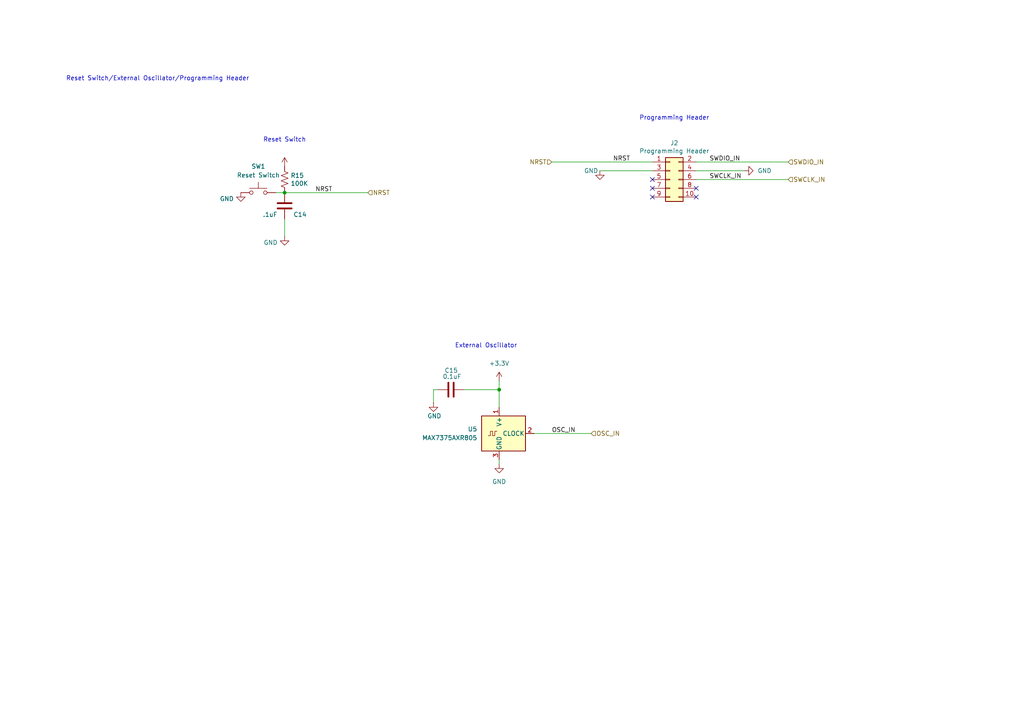
<source format=kicad_sch>
(kicad_sch (version 20231120) (generator "eeschema") (generator_version "8.0")
  (paper "A4")
  (lib_symbols
    (symbol "Connector_Generic:Conn_02x05_Odd_Even" (pin_names (offset 1.016) hide)
      (property "Reference" "J" (at 1.27 7.62 0))
      (property "Value" "Conn_02x05_Odd_Even" (at 1.27 -7.62 0))
      (symbol "Conn_02x05_Odd_Even_1_1"
        (rectangle (start -1.27 -4.953) (end 0 -5.207) (stroke (width 0.1524)))
        (rectangle (start -1.27 -2.413) (end 0 -2.667) (stroke (width 0.1524)))
        (rectangle (start -1.27 0.127) (end 0 -0.127) (stroke (width 0.1524)))
        (rectangle (start -1.27 2.667) (end 0 2.413) (stroke (width 0.1524)))
        (rectangle (start -1.27 5.207) (end 0 4.953) (stroke (width 0.1524)))
        (rectangle (start -1.27 6.35) (end 3.81 -6.35) (stroke (width 0.254)) (fill (type background)))
        (rectangle (start 3.81 -4.953) (end 2.54 -5.207) (stroke (width 0.1524)))
        (rectangle (start 3.81 -2.413) (end 2.54 -2.667) (stroke (width 0.1524)))
        (rectangle (start 3.81 0.127) (end 2.54 -0.127) (stroke (width 0.1524)))
        (rectangle (start 3.81 2.667) (end 2.54 2.413) (stroke (width 0.1524)))
        (rectangle (start 3.81 5.207) (end 2.54 4.953) (stroke (width 0.1524)))
        (pin passive line (at -5.08 5.08 0) (length 3.81) (name "Pin_1") (number "1"))
        (pin passive line (at 7.62 -5.08 180) (length 3.81) (name "Pin_10") (number "10"))
        (pin passive line (at 7.62 5.08 180) (length 3.81) (name "Pin_2") (number "2"))
        (pin passive line (at -5.08 2.54 0) (length 3.81) (name "Pin_3") (number "3"))
        (pin passive line (at 7.62 2.54 180) (length 3.81) (name "Pin_4") (number "4"))
        (pin passive line (at -5.08 0 0) (length 3.81) (name "Pin_5") (number "5"))
        (pin passive line (at 7.62 0 180) (length 3.81) (name "Pin_6") (number "6"))
        (pin passive line (at -5.08 -2.54 0) (length 3.81) (name "Pin_7") (number "7"))
        (pin passive line (at 7.62 -2.54 180) (length 3.81) (name "Pin_8") (number "8"))
        (pin passive line (at -5.08 -5.08 0) (length 3.81) (name "Pin_9") (number "9"))
      )
    )
    (symbol "Device:C" (pin_numbers hide) (pin_names (offset 0.254))
      (property "Reference" "C" (at 0.635 2.54 0))
      (property "Value" "C" (at 0.635 -2.54 0))
      (symbol "C_0_1"
        (polyline (pts (xy -2.032 -0.762) (xy 2.032 -0.762)) (stroke (width 0.508)))
        (polyline (pts (xy -2.032 0.762) (xy 2.032 0.762)) (stroke (width 0.508)))
      )
      (symbol "C_1_1"
        (pin passive line (at 0 3.81 270) (length 2.794) (name "~") (number "1"))
        (pin passive line (at 0 -3.81 90) (length 2.794) (name "~") (number "2"))
      )
    )
    (symbol "Device:R_US" (pin_numbers hide) (pin_names (offset 0))
      (property "Reference" "R" (at 2.54 0 90))
      (property "Value" "R_US" (at -2.54 0 90))
      (symbol "R_US_0_1"
        (polyline (pts (xy 0 -2.286) (xy 0 -2.54)))
        (polyline (pts (xy 0 2.286) (xy 0 2.54)))
        (polyline (pts (xy 0 -0.762) (xy 1.016 -1.143) (xy 0 -1.524) (xy -1.016 -1.905) (xy 0 -2.286)))
        (polyline (pts (xy 0 0.762) (xy 1.016 0.381) (xy 0 0) (xy -1.016 -0.381) (xy 0 -0.762)))
        (polyline (pts (xy 0 2.286) (xy 1.016 1.905) (xy 0 1.524) (xy -1.016 1.143) (xy 0 0.762)))
      )
      (symbol "R_US_1_1"
        (pin passive line (at 0 3.81 270) (length 1.27) (name "~") (number "1"))
        (pin passive line (at 0 -3.81 90) (length 1.27) (name "~") (number "2"))
      )
    )
    (symbol "Oscillator:MAX7375AXR805" (pin_names (offset 0.254))
      (property "Reference" "U" (at -2.54 6.35 0))
      (property "Value" "MAX7375AXR805" (at 1.27 -6.35 0))
      (symbol "MAX7375AXR805_0_1"
        (rectangle (start -5.08 5.08) (end 7.62 -5.08) (stroke (width 0.254)) (fill (type background)))
        (polyline (pts (xy -3.175 -0.635) (xy -2.54 -0.635) (xy -2.54 0.635) (xy -1.905 0.635) (xy -1.905 -0.635) (xy -1.27 -0.635) (xy -1.27 0.635) (xy -0.635 0.635)))
      )
      (symbol "MAX7375AXR805_1_1"
        (pin power_in line (at 0 7.62 270) (length 2.54) (name "V+") (number "1"))
        (pin output line (at 10.16 0 180) (length 2.54) (name "CLOCK") (number "2"))
        (pin power_in line (at 0 -7.62 90) (length 2.54) (name "GND") (number "3"))
      )
    )
    (symbol "Switch:SW_Push" (pin_numbers hide) (pin_names (offset 1.016) hide)
      (property "Reference" "SW" (at 1.27 2.54 0))
      (property "Value" "SW_Push" (at 0 -1.524 0))
      (symbol "SW_Push_0_1"
        (circle (center -2.032 0) (radius 0.508))
        (polyline (pts (xy 0 1.27) (xy 0 3.048)))
        (polyline (pts (xy 2.54 1.27) (xy -2.54 1.27)))
        (circle (center 2.032 0) (radius 0.508))
        (pin passive line (at -5.08 0 0) (length 2.54) (name "1") (number "1"))
        (pin passive line (at 5.08 0 180) (length 2.54) (name "2") (number "2"))
      )
    )
    (symbol "power:+3.3V" (power) (pin_numbers hide) (pin_names (offset 0) hide)
      (property "Value" "+3.3V" (at 0 3.556 0))
      (symbol "+3.3V_0_1"
        (polyline (pts (xy -0.762 1.27) (xy 0 2.54)))
        (polyline (pts (xy 0 0) (xy 0 2.54)))
        (polyline (pts (xy 0 2.54) (xy 0.762 1.27)))
      )
      (symbol "+3.3V_1_1"
        (pin power_in line (at 0 0 90) (length 0) (name "~") (number "1"))
      )
    )
    (symbol "power:GND" (power) (pin_numbers hide) (pin_names (offset 0) hide)
      (property "Value" "GND" (at 0 -3.81 0))
      (symbol "GND_0_1"
        (polyline (pts (xy 0 0) (xy 0 -1.27) (xy 1.27 -1.27) (xy 0 -2.54) (xy -1.27 -1.27) (xy 0 -1.27)))
      )
      (symbol "GND_1_1"
        (pin power_in line (at 0 0 270) (length 0) (name "~") (number "1"))
      )
    )
  )
  (junction (at 82.55 55.88))
  (junction (at 144.78 113.03))
  (no_connect (at 189.23 54.61))
  (no_connect (at 201.93 57.15))
  (no_connect (at 189.23 52.07))
  (no_connect (at 201.93 54.61))
  (no_connect (at 189.23 57.15))
  (wire (pts (xy 201.93 49.53) (xy 215.9 49.53)))
  (wire (pts (xy 144.78 133.35) (xy 144.78 134.62)))
  (wire (pts (xy 173.99 49.53) (xy 189.23 49.53)))
  (wire (pts (xy 134.62 113.03) (xy 144.78 113.03)))
  (wire (pts (xy 125.73 113.03) (xy 125.73 116.84)))
  (wire (pts (xy 125.73 113.03) (xy 127 113.03)))
  (wire (pts (xy 82.55 63.5) (xy 82.55 68.58)))
  (wire (pts (xy 154.94 125.73) (xy 171.45 125.73)))
  (wire (pts (xy 144.78 113.03) (xy 144.78 118.11)))
  (wire (pts (xy 82.55 55.88) (xy 106.68 55.88)))
  (wire (pts (xy 144.78 113.03) (xy 144.78 110.49)))
  (wire (pts (xy 160.02 46.99) (xy 189.23 46.99)))
  (wire (pts (xy 201.93 46.99) (xy 228.6 46.99)))
  (wire (pts (xy 201.93 52.07) (xy 228.6 52.07)))
  (wire (pts (xy 80.01 55.88) (xy 82.55 55.88)))
  (text "Programming Header" (at 195.58 34.29 0) (effects (font (size 1.27 1.27))))
  (text "Reset Switch/External Oscillator/Programming Header" (at 45.72 22.86 0) (effects (font (size 1.27 1.27))))
  (text "Reset Switch\n" (at 82.55 40.64 0) (effects (font (size 1.27 1.27))))
  (text "External Oscillator" (at 140.97 100.33 0) (effects (font (size 1.27 1.27))))
  (label "OSC_IN" (at 160.02 125.73 0))
  (label "NRST" (at 91.44 55.88 0))
  (label "SWCLK_IN" (at 205.74 52.07 0))
  (label "SWDIO_IN" (at 205.74 46.99 0))
  (label "NRST" (at 177.8 46.99 0))
  (hierarchical_label "NRST" (shape input) (at 160.02 46.99 180))
  (hierarchical_label "SWCLK_IN" (shape input) (at 228.6 52.07 0))
  (hierarchical_label "SWDIO_IN" (shape input) (at 228.6 46.99 0))
  (hierarchical_label "NRST" (shape input) (at 106.68 55.88 0))
  (hierarchical_label "OSC_IN" (shape input) (at 171.45 125.73 0))
  (symbol (lib_id "power:GND") (at 125.73 116.84 0) (unit 1)
    (property "Reference" "#PWR032" (effects (hide yes)))
    (property "Value" "GND" (at 125.984 120.65 0))
    (property "Description" "Power symbol creates a global label with name \"GND\" , ground" (effects (hide yes)))
  )
  (symbol (lib_id "Oscillator:MAX7375AXR805") (at 144.78 125.73 0) (unit 1)
    (property "Reference" "U5" (at 138.43 124.4599 0) (effects (justify right)))
    (property "Value" "MAX7375AXR805" (at 138.43 126.9999 0) (effects (justify right)))
    (property "Footprint" "Package_TO_SOT_SMD:SOT-323_SC-70_Handsoldering" (effects (hide yes)))
    (property "Datasheet" "https://datasheets.maximintegrated.com/en/ds/MAX7375.pdf" (effects (hide yes)))
    (property "Description" "Silicon Clock Oscillator 8MHz, SC-70-3" (effects (hide yes)))
  )
  (symbol (lib_id "Connector_Generic:Conn_02x05_Odd_Even") (at 194.31 52.07 0) (unit 1)
    (property "Reference" "J2" (at 195.58 41.4782 0))
    (property "Value" "Programming Header" (at 195.58 43.7896 0))
    (property "Footprint" "Connector_IDC:IDC-Header_2x05_P2.54mm_Vertical" (effects (hide yes)))
  )
  (symbol (lib_id "power:GND") (at 144.78 134.62 0) (unit 1)
    (property "Reference" "#PWR034" (effects (hide yes)))
    (property "Value" "GND" (at 144.78 139.7 0))
    (property "Description" "Power symbol creates a global label with name \"GND\" , ground" (effects (hide yes)))
  )
  (symbol (lib_id "Device:C") (at 130.81 113.03 90) (unit 1)
    (property "Reference" "C15" (at 132.842 107.442 90) (effects (justify left)))
    (property "Value" "0.1uF" (at 133.858 109.22 90) (effects (justify left)))
    (property "Footprint" "Capacitor_SMD:C_0805_2012Metric_Pad1.18x1.45mm_HandSolder" (effects (hide yes)))
    (property "Description" "Unpolarized capacitor" (effects (hide yes)))
  )
  (symbol (lib_id "Device:R_US") (at 82.55 52.07 0) (unit 1)
    (property "Reference" "R15" (at 84.2772 50.9016 0) (effects (justify left)))
    (property "Value" "100K" (at 84.2772 53.213 0) (effects (justify left)))
    (property "Footprint" "Resistor_SMD:R_0805_2012Metric_Pad1.20x1.40mm_HandSolder" (effects (hide yes)))
  )
  (symbol (lib_id "power:GND") (at 82.55 68.58 0) (unit 1)
    (property "Reference" "#PWR031" (effects (hide yes)))
    (property "Value" "GND" (at 78.486 70.358 0))
    (property "Description" "Power symbol creates a global label with name \"GND\" , ground" (effects (hide yes)))
  )
  (symbol (lib_id "power:GND") (at 173.99 49.53 0) (unit 1)
    (property "Reference" "#PWR035" (effects (hide yes)))
    (property "Value" "GND" (at 171.45 49.53 0))
    (property "Description" "Power symbol creates a global label with name \"GND\" , ground" (effects (hide yes)))
  )
  (symbol (lib_id "Device:C") (at 82.55 59.69 0) (unit 1)
    (property "Reference" "C14" (at 85.09 62.23 0) (effects (justify left)))
    (property "Value" ".1uF" (at 76.2 62.23 0) (effects (justify left)))
    (property "Footprint" "Capacitor_SMD:C_0805_2012Metric_Pad1.18x1.45mm_HandSolder" (effects (hide yes)))
  )
  (symbol (lib_id "power:+3.3V") (at 82.55 48.26 0) (unit 1)
    (property "Reference" "#PWR030" (effects (hide yes)))
    (property "Value" "+3.3V" (effects (hide yes)))
    (property "Description" "Power symbol creates a global label with name \"+3.3V\"" (effects (hide yes)))
  )
  (symbol (lib_id "power:GND") (at 69.85 55.88 0) (unit 1)
    (property "Reference" "#PWR029" (effects (hide yes)))
    (property "Value" "GND" (at 65.786 57.658 0))
    (property "Description" "Power symbol creates a global label with name \"GND\" , ground" (effects (hide yes)))
  )
  (symbol (lib_id "power:+3.3V") (at 144.78 110.49 0) (unit 1)
    (property "Reference" "#PWR033" (effects (hide yes)))
    (property "Value" "+3.3V" (at 144.78 105.41 0))
    (property "Description" "Power symbol creates a global label with name \"+3.3V\"" (effects (hide yes)))
  )
  (symbol (lib_id "power:GND") (at 215.9 49.53 90) (unit 1)
    (property "Reference" "#PWR036" (effects (hide yes)))
    (property "Value" "GND" (at 219.71 49.5299 90) (effects (justify right)))
    (property "Description" "Power symbol creates a global label with name \"GND\" , ground" (effects (hide yes)))
  )
  (symbol (lib_id "Switch:SW_Push") (at 74.93 55.88 0) (unit 1)
    (property "Reference" "SW1" (at 74.93 48.26 0))
    (property "Value" "Reset Switch" (at 74.93 50.8 0))
    (property "Footprint" "Button_Switch_SMD:SW_SPST_PTS645" (effects (hide yes)))
    (property "Description" "Push button switch, generic, two pins" (effects (hide yes)))
  )
)
</source>
